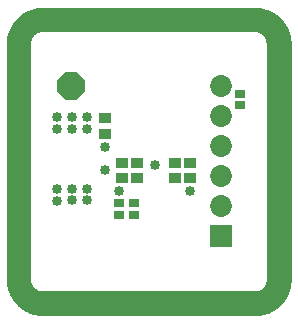
<source format=gbs>
G04 EAGLE Gerber RS-274X export*
G75*
%MOMM*%
%FSLAX35Y35*%
%LPD*%
%INsolder_mask_bottom*%
%IPPOS*%
%AMOC8*
5,1,8,0,0,1.08239X$1,22.5*%
G01*
%ADD10C,2.000000*%
%ADD11C,0.010000*%
%ADD12R,0.903200X0.803200*%
%ADD13R,1.103200X0.903200*%
%ADD14R,1.853200X1.853200*%
%ADD15C,1.853200*%
%ADD16P,2.556822X8X22.500000*%
%ADD17C,0.853200*%


D10*
X2075000Y2500000D02*
X300000Y2500000D01*
X2300000Y2310000D02*
X2300000Y275000D01*
X2075000Y100000D02*
X300000Y100000D01*
X100001Y2292500D02*
X99969Y2297424D01*
X100057Y2302348D01*
X100264Y2307268D01*
X100590Y2312182D01*
X101034Y2317087D01*
X101597Y2321979D01*
X102277Y2326856D01*
X103076Y2331716D01*
X103991Y2336554D01*
X105024Y2341369D01*
X106172Y2346158D01*
X107436Y2350918D01*
X108814Y2355646D01*
X110306Y2360339D01*
X111911Y2364994D01*
X113628Y2369610D01*
X115456Y2374182D01*
X117395Y2378709D01*
X119442Y2383188D01*
X121596Y2387617D01*
X123857Y2391992D01*
X126223Y2396310D01*
X128693Y2400571D01*
X131265Y2404771D01*
X133937Y2408907D01*
X136709Y2412977D01*
X139578Y2416979D01*
X142544Y2420911D01*
X145603Y2424770D01*
X148755Y2428554D01*
X151997Y2432261D01*
X155328Y2435888D01*
X158745Y2439434D01*
X162247Y2442896D01*
X165832Y2446272D01*
X169498Y2449561D01*
X173241Y2452760D01*
X177061Y2455868D01*
X180955Y2458883D01*
X184921Y2461802D01*
X188956Y2464625D01*
X193058Y2467350D01*
X197225Y2469975D01*
X201454Y2472498D01*
X205742Y2474919D01*
X210088Y2477235D01*
X214489Y2479445D01*
X218942Y2481548D01*
X223444Y2483544D01*
X227993Y2485429D01*
X232587Y2487205D01*
X237221Y2488868D01*
X241895Y2490420D01*
X246605Y2491858D01*
X251349Y2493181D01*
X256122Y2494390D01*
X260924Y2495483D01*
X265751Y2496460D01*
X270600Y2497320D01*
X275468Y2498062D01*
X280353Y2498686D01*
X285251Y2499193D01*
X290161Y2499580D01*
X295078Y2499849D01*
X300000Y2499999D01*
X2075000Y2500000D02*
X2080098Y2500367D01*
X2085203Y2500609D01*
X2090312Y2500726D01*
X2095423Y2500716D01*
X2100532Y2500582D01*
X2105636Y2500322D01*
X2110732Y2499937D01*
X2115818Y2499427D01*
X2120889Y2498793D01*
X2125943Y2498034D01*
X2130977Y2497151D01*
X2135988Y2496145D01*
X2140972Y2495017D01*
X2145928Y2493766D01*
X2150851Y2492395D01*
X2155739Y2490902D01*
X2160589Y2489291D01*
X2165398Y2487560D01*
X2170163Y2485713D01*
X2174881Y2483748D01*
X2179550Y2481669D01*
X2184166Y2479476D01*
X2188727Y2477170D01*
X2193230Y2474753D01*
X2197673Y2472226D01*
X2202052Y2469591D01*
X2206365Y2466849D01*
X2210609Y2464002D01*
X2214782Y2461052D01*
X2218882Y2458000D01*
X2222906Y2454849D01*
X2226851Y2451599D01*
X2230715Y2448254D01*
X2234495Y2444815D01*
X2238191Y2441285D01*
X2241798Y2437665D01*
X2245316Y2433957D01*
X2248741Y2430164D01*
X2252072Y2426288D01*
X2255308Y2422332D01*
X2258445Y2418297D01*
X2261482Y2414187D01*
X2264418Y2410003D01*
X2267250Y2405749D01*
X2269976Y2401426D01*
X2272596Y2397038D01*
X2275107Y2392586D01*
X2277508Y2388075D01*
X2279798Y2383506D01*
X2281975Y2378882D01*
X2284038Y2374206D01*
X2285985Y2369481D01*
X2287816Y2364709D01*
X2289530Y2359894D01*
X2291124Y2355038D01*
X2292599Y2350145D01*
X2293954Y2345217D01*
X2295187Y2340257D01*
X2296298Y2335269D01*
X2297286Y2330254D01*
X2298151Y2325217D01*
X2298892Y2320161D01*
X2299508Y2315087D01*
X2300000Y2310000D01*
X2300001Y275000D02*
X2299338Y270174D01*
X2298559Y265366D01*
X2297664Y260579D01*
X2296654Y255814D01*
X2295529Y251075D01*
X2294290Y246364D01*
X2292937Y241685D01*
X2291471Y237040D01*
X2289894Y232432D01*
X2288206Y227863D01*
X2286408Y223336D01*
X2284501Y218854D01*
X2282486Y214420D01*
X2280365Y210035D01*
X2278139Y205703D01*
X2275808Y201426D01*
X2273375Y197207D01*
X2270840Y193048D01*
X2268206Y188951D01*
X2265474Y184919D01*
X2262644Y180954D01*
X2259720Y177058D01*
X2256703Y173235D01*
X2253594Y169485D01*
X2250396Y165812D01*
X2247109Y162217D01*
X2243737Y158703D01*
X2240281Y155271D01*
X2236742Y151923D01*
X2233124Y148662D01*
X2229429Y145490D01*
X2225657Y142407D01*
X2221813Y139417D01*
X2217897Y136520D01*
X2213912Y133719D01*
X2209861Y131015D01*
X2205745Y128410D01*
X2201568Y125905D01*
X2197332Y123501D01*
X2193039Y121201D01*
X2188691Y119005D01*
X2184292Y116915D01*
X2179843Y114932D01*
X2175348Y113056D01*
X2170808Y111290D01*
X2166228Y109634D01*
X2161609Y108090D01*
X2156953Y106657D01*
X2152265Y105337D01*
X2147546Y104131D01*
X2142799Y103039D01*
X2138027Y102063D01*
X2133233Y101202D01*
X2128420Y100457D01*
X2123590Y99828D01*
X2118746Y99317D01*
X2113891Y98922D01*
X2109028Y98645D01*
X2104160Y98486D01*
X2099290Y98444D01*
X2094419Y98520D01*
X2089553Y98714D01*
X2084692Y99025D01*
X2079840Y99454D01*
X2075000Y99999D01*
X300000Y100000D02*
X295167Y100058D01*
X290337Y100234D01*
X285513Y100525D01*
X280697Y100934D01*
X275893Y101458D01*
X271102Y102099D01*
X266329Y102855D01*
X261575Y103726D01*
X256843Y104712D01*
X252137Y105812D01*
X247459Y107025D01*
X242811Y108351D01*
X238197Y109789D01*
X233618Y111338D01*
X229079Y112997D01*
X224581Y114765D01*
X220127Y116642D01*
X215720Y118625D01*
X211362Y120715D01*
X207055Y122909D01*
X202803Y125206D01*
X198608Y127606D01*
X194472Y130106D01*
X190397Y132706D01*
X186387Y135403D01*
X182443Y138197D01*
X178567Y141084D01*
X174763Y144065D01*
X171032Y147137D01*
X167375Y150298D01*
X163797Y153546D01*
X160298Y156880D01*
X156880Y160298D01*
X153546Y163797D01*
X150298Y167375D01*
X147137Y171032D01*
X144065Y174763D01*
X141084Y178567D01*
X138197Y182443D01*
X135403Y186387D01*
X132706Y190397D01*
X130106Y194472D01*
X127606Y198608D01*
X125206Y202803D01*
X122909Y207055D01*
X120715Y211362D01*
X118625Y215720D01*
X116642Y220127D01*
X114765Y224581D01*
X112997Y229079D01*
X111338Y233618D01*
X109789Y238197D01*
X108351Y242811D01*
X107025Y247459D01*
X105812Y252137D01*
X104712Y256843D01*
X103726Y261575D01*
X102855Y266329D01*
X102099Y271102D01*
X101458Y275893D01*
X100934Y280697D01*
X100525Y285513D01*
X100234Y290337D01*
X100058Y295167D01*
X100000Y300000D01*
X100000Y2292500D01*
D11*
X300000Y0D02*
X2100000Y0D01*
X300000Y0D02*
X292751Y88D01*
X285506Y350D01*
X278270Y788D01*
X271046Y1401D01*
X263839Y2187D01*
X256653Y3148D01*
X249493Y4282D01*
X242362Y5589D01*
X235265Y7068D01*
X228205Y8717D01*
X221188Y10537D01*
X214216Y12526D01*
X207295Y14683D01*
X200428Y17006D01*
X193619Y19495D01*
X186872Y22148D01*
X180191Y24962D01*
X173580Y27938D01*
X167043Y31072D01*
X160583Y34363D01*
X154205Y37810D01*
X147912Y41409D01*
X141708Y45160D01*
X135596Y49059D01*
X129581Y53105D01*
X123664Y57295D01*
X117851Y61627D01*
X112144Y66098D01*
X106547Y70705D01*
X101063Y75447D01*
X95695Y80319D01*
X90447Y85320D01*
X85320Y90447D01*
X80319Y95695D01*
X75447Y101063D01*
X70705Y106547D01*
X66098Y112144D01*
X61627Y117851D01*
X57295Y123664D01*
X53105Y129581D01*
X49059Y135596D01*
X45160Y141708D01*
X41409Y147912D01*
X37810Y154205D01*
X34363Y160583D01*
X31072Y167043D01*
X27938Y173580D01*
X24962Y180191D01*
X22148Y186872D01*
X19495Y193619D01*
X17006Y200428D01*
X14683Y207295D01*
X12526Y214216D01*
X10537Y221188D01*
X8717Y228205D01*
X7068Y235265D01*
X5589Y242362D01*
X4282Y249493D01*
X3148Y256653D01*
X2187Y263839D01*
X1401Y271046D01*
X788Y278270D01*
X350Y285506D01*
X88Y292751D01*
X0Y300000D01*
X0Y2300000D01*
X88Y2307249D01*
X350Y2314494D01*
X788Y2321730D01*
X1401Y2328954D01*
X2187Y2336161D01*
X3148Y2343347D01*
X4282Y2350507D01*
X5589Y2357638D01*
X7068Y2364735D01*
X8717Y2371795D01*
X10537Y2378812D01*
X12526Y2385784D01*
X14683Y2392705D01*
X17006Y2399572D01*
X19495Y2406381D01*
X22148Y2413128D01*
X24962Y2419809D01*
X27938Y2426420D01*
X31072Y2432957D01*
X34363Y2439417D01*
X37810Y2445795D01*
X41409Y2452088D01*
X45160Y2458292D01*
X49059Y2464404D01*
X53105Y2470419D01*
X57295Y2476336D01*
X61627Y2482149D01*
X66098Y2487856D01*
X70705Y2493453D01*
X75447Y2498937D01*
X80319Y2504305D01*
X85320Y2509553D01*
X90447Y2514680D01*
X95695Y2519681D01*
X101063Y2524553D01*
X106547Y2529295D01*
X112144Y2533902D01*
X117851Y2538373D01*
X123664Y2542705D01*
X129581Y2546895D01*
X135596Y2550941D01*
X141708Y2554840D01*
X147912Y2558591D01*
X154205Y2562190D01*
X160583Y2565637D01*
X167043Y2568928D01*
X173580Y2572062D01*
X180191Y2575038D01*
X186872Y2577852D01*
X193619Y2580505D01*
X200428Y2582994D01*
X207295Y2585317D01*
X214216Y2587474D01*
X221188Y2589463D01*
X228205Y2591283D01*
X235265Y2592932D01*
X242362Y2594411D01*
X249493Y2595718D01*
X256653Y2596852D01*
X263839Y2597813D01*
X271046Y2598599D01*
X278270Y2599212D01*
X285506Y2599650D01*
X292751Y2599912D01*
X300000Y2600000D01*
X2100000Y2600000D01*
X2107249Y2599912D01*
X2114494Y2599650D01*
X2121730Y2599212D01*
X2128954Y2598599D01*
X2136161Y2597813D01*
X2143347Y2596852D01*
X2150507Y2595718D01*
X2157638Y2594411D01*
X2164735Y2592932D01*
X2171795Y2591283D01*
X2178812Y2589463D01*
X2185784Y2587474D01*
X2192705Y2585317D01*
X2199572Y2582994D01*
X2206381Y2580505D01*
X2213128Y2577852D01*
X2219809Y2575038D01*
X2226420Y2572062D01*
X2232957Y2568928D01*
X2239417Y2565637D01*
X2245795Y2562190D01*
X2252088Y2558591D01*
X2258292Y2554840D01*
X2264404Y2550941D01*
X2270419Y2546895D01*
X2276336Y2542705D01*
X2282149Y2538373D01*
X2287856Y2533902D01*
X2293453Y2529295D01*
X2298937Y2524553D01*
X2304305Y2519681D01*
X2309553Y2514680D01*
X2314680Y2509553D01*
X2319681Y2504305D01*
X2324553Y2498937D01*
X2329295Y2493453D01*
X2333902Y2487856D01*
X2338373Y2482149D01*
X2342705Y2476336D01*
X2346895Y2470419D01*
X2350941Y2464404D01*
X2354840Y2458292D01*
X2358591Y2452088D01*
X2362190Y2445795D01*
X2365637Y2439417D01*
X2368928Y2432957D01*
X2372062Y2426420D01*
X2375038Y2419809D01*
X2377852Y2413128D01*
X2380505Y2406381D01*
X2382994Y2399572D01*
X2385317Y2392705D01*
X2387474Y2385784D01*
X2389463Y2378812D01*
X2391283Y2371795D01*
X2392932Y2364735D01*
X2394411Y2357638D01*
X2395718Y2350507D01*
X2396852Y2343347D01*
X2397813Y2336161D01*
X2398599Y2328954D01*
X2399212Y2321730D01*
X2399650Y2314494D01*
X2399912Y2307249D01*
X2400000Y2300000D01*
X2400000Y300000D01*
X2399912Y292751D01*
X2399650Y285506D01*
X2399212Y278270D01*
X2398599Y271046D01*
X2397813Y263839D01*
X2396852Y256653D01*
X2395718Y249493D01*
X2394411Y242362D01*
X2392932Y235265D01*
X2391283Y228205D01*
X2389463Y221188D01*
X2387474Y214216D01*
X2385317Y207295D01*
X2382994Y200428D01*
X2380505Y193619D01*
X2377852Y186872D01*
X2375038Y180191D01*
X2372062Y173580D01*
X2368928Y167043D01*
X2365637Y160583D01*
X2362190Y154205D01*
X2358591Y147912D01*
X2354840Y141708D01*
X2350941Y135596D01*
X2346895Y129581D01*
X2342705Y123664D01*
X2338373Y117851D01*
X2333902Y112144D01*
X2329295Y106547D01*
X2324553Y101063D01*
X2319681Y95695D01*
X2314680Y90447D01*
X2309553Y85320D01*
X2304305Y80319D01*
X2298937Y75447D01*
X2293453Y70705D01*
X2287856Y66098D01*
X2282149Y61627D01*
X2276336Y57295D01*
X2270419Y53105D01*
X2264404Y49059D01*
X2258292Y45160D01*
X2252088Y41409D01*
X2245795Y37810D01*
X2239417Y34363D01*
X2232957Y31072D01*
X2226420Y27938D01*
X2219809Y24962D01*
X2213128Y22148D01*
X2206381Y19495D01*
X2199572Y17006D01*
X2192705Y14683D01*
X2185784Y12526D01*
X2178812Y10537D01*
X2171795Y8717D01*
X2164735Y7068D01*
X2157638Y5589D01*
X2150507Y4282D01*
X2143347Y3148D01*
X2136161Y2187D01*
X2128954Y1401D01*
X2121730Y788D01*
X2114494Y350D01*
X2107249Y88D01*
X2100000Y0D01*
D12*
X950000Y850000D03*
X950000Y950000D03*
X1075000Y950000D03*
X1075000Y850000D03*
D13*
X1550000Y1160000D03*
X1550000Y1290000D03*
X975000Y1160000D03*
X975000Y1290000D03*
X1425000Y1160000D03*
X1425000Y1290000D03*
X1100000Y1160000D03*
X1100000Y1290000D03*
X825000Y1535000D03*
X825000Y1665000D03*
D14*
X1813000Y670000D03*
D15*
X1813000Y924000D03*
X1813000Y1178000D03*
X1813000Y1432000D03*
X1813000Y1686000D03*
X1813000Y1940000D03*
D12*
X1975000Y1775000D03*
X1975000Y1875000D03*
D16*
X543000Y1940000D03*
D17*
X1550000Y1050000D03*
X950000Y1050000D03*
X550000Y975000D03*
X425000Y1070000D03*
X425000Y970000D03*
X550000Y1070000D03*
X675000Y975000D03*
X675000Y1070000D03*
X1250000Y1275000D03*
X675000Y1575000D03*
X675000Y1675000D03*
X550000Y1675000D03*
X550000Y1575000D03*
X425000Y1575000D03*
X425000Y1675000D03*
X825000Y1225000D03*
X825000Y1425000D03*
M02*

</source>
